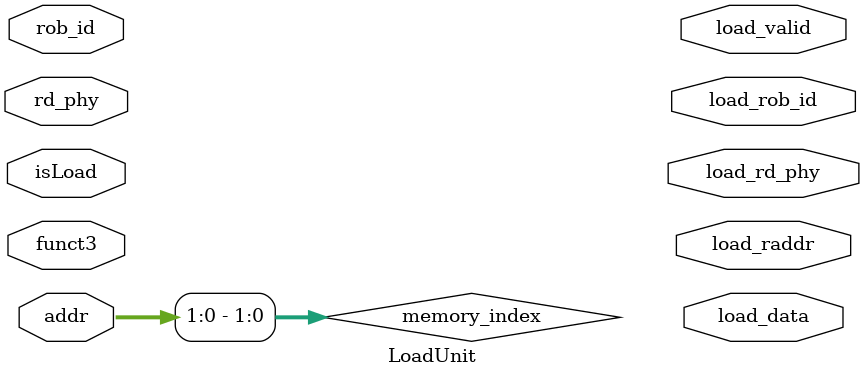
<source format=sv>
`timescale 1ns/1ps

module LoadUnit #(parameter ADDR_WIDTH = 32, DATA_WIDTH = 32, ROB_WIDTH = 5, PHY_WIDTH = 6)(
    input  logic                  isLoad,
    input  logic [ADDR_WIDTH-1:0] addr,
    input  logic [2:0]            funct3,
    input  logic [ROB_WIDTH-1:0]  rob_id,
    input  logic [PHY_WIDTH-1:0]  rd_phy,
    output logic [DATA_WIDTH-1:0] load_data,
    output logic                  load_valid,
    output logic [ADDR_WIDTH-1:0] load_raddr,
    output logic [ROB_WIDTH-1:0]  load_rob_id,
    output logic [PHY_WIDTH-1:0]  load_rd_phy
);

    logic [1:0] memory_index;
    assign memory_index = addr[1:0];

    assign mem_raddr = (isLoad) ? addr : '0;
    assign mem_rd_en = isLoad ? 1 : 0;
    // always_comb begin
    //     if(mem_rdata_valid) begin
    //         mem_raddr   = '0;
    //         mem_rd_en   = 0;
    //         case(funct3_internal)
    //             LB: load_data = {{24{mem_rdata[(memory_index << 3) +:8][7]}}, mem_rdata[(memory_index << 3) +:8]};
    //             LH: begin
    //                 if(memory_index[1])
    //                     load_data = {{16{mem_rdata[31]}}, mem_rdata[31:16]};
    //                 else
    //                     load_data = {{16{mem_rdata[15]}}, mem_rdata[15:0]};
    //             end
    //             LW: load_data = mem_rdata;
    //             LBU: load_data = {24'b0, mem_rdata[(memory_index << 3) +:8]};
    //             LHU: begin
    //                 if(memory_index[1])
    //                     load_data = {16'b0, mem_rdata[31:16]};
    //                 else
    //                     load_data = {16'b0, mem_rdata[15:0]};
    //             end
    //             default: load_data = 0;
    //         endcase
    //     end
    //     else begin
    //         load_valid = 0;
    //     end
    // end

endmodule

</source>
